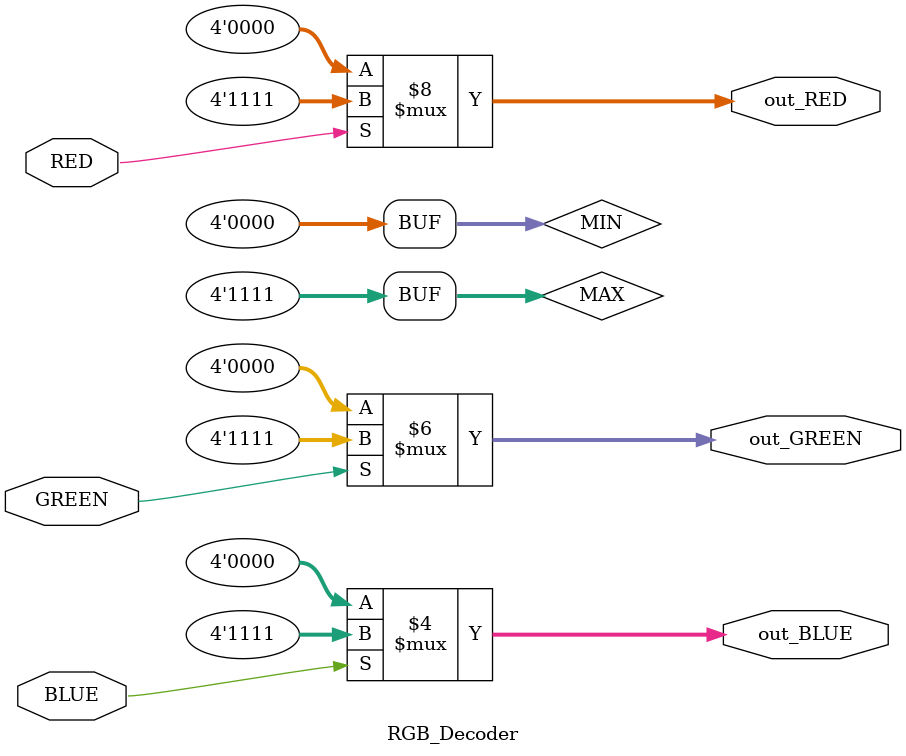
<source format=sv>
/* ******************************************* *
 *                                             *
 * Name: RGB Decoder                           *
 * Date: July 22, 2020                         *
 * Author: Anthony Kung                        *
 * Author URI: https://anth.dev                *
 *                                             *
 ***********************************************/

module RGB_Decoder (input logic RED,
                    input logic GREEN,
                    input logic BLUE,
                    output logic [3:0] out_RED,
                    output logic [3:0] out_GREEN,
                    output logic [3:0] out_BLUE);

  reg[3:0] MAX = 4'b1111;
  reg[3:0] MIN = 4'b0000;

  always @(*)
  begin
    out_RED <= MIN;
    out_GREEN <= MIN;
    out_BLUE <= MIN;
    
    if (RED)
      out_RED <= MAX;

    if (GREEN)
      out_GREEN <= MAX;

    if (BLUE)
      out_BLUE <= MAX;
  end
endmodule
</source>
